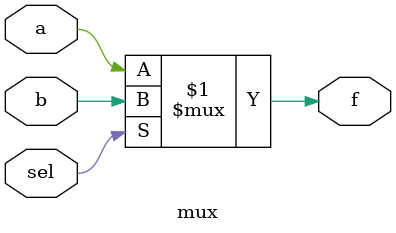
<source format=v>


module mux(a,b,sel,f);

// Structural or Behavioral

// output f;
// input a,b,sel;
// wire f1,f2,nsel;

// and g1(f1,a,nsel),
//     g2(f2,b,sel);

// or g3(f,f1,f2);

// not g4(nsel,sel);




// Procedural

// output f;
// input a,b,sel;
// reg f; // reg datatype is used to indicate that it holds it's previous value, not necessarily indicating a resistor.

// always @(a or b or sel) // Re-evaluate f when a, b, or sel changes
//     if(sel) f = b;
//     else f = a;


// Continous Assignments

output f;
input a,b,sel;

assign f = sel ? b : a;


endmodule
</source>
